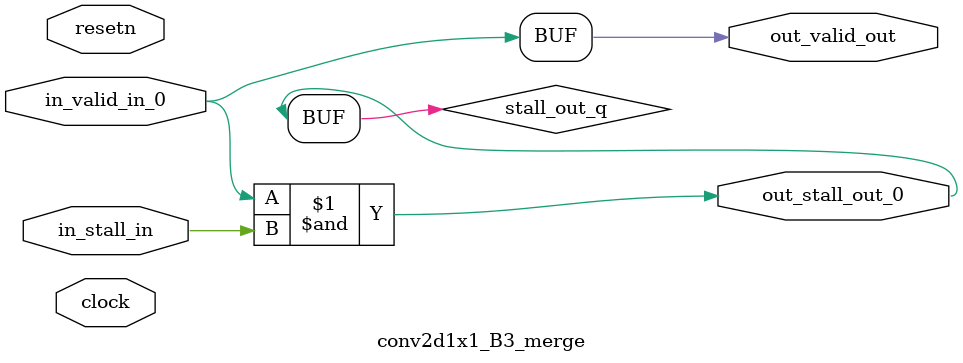
<source format=sv>



(* altera_attribute = "-name AUTO_SHIFT_REGISTER_RECOGNITION OFF; -name MESSAGE_DISABLE 10036; -name MESSAGE_DISABLE 10037; -name MESSAGE_DISABLE 14130; -name MESSAGE_DISABLE 14320; -name MESSAGE_DISABLE 15400; -name MESSAGE_DISABLE 14130; -name MESSAGE_DISABLE 10036; -name MESSAGE_DISABLE 12020; -name MESSAGE_DISABLE 12030; -name MESSAGE_DISABLE 12010; -name MESSAGE_DISABLE 12110; -name MESSAGE_DISABLE 14320; -name MESSAGE_DISABLE 13410; -name MESSAGE_DISABLE 113007; -name MESSAGE_DISABLE 10958" *)
module conv2d1x1_B3_merge (
    input wire [0:0] in_stall_in,
    input wire [0:0] in_valid_in_0,
    output wire [0:0] out_stall_out_0,
    output wire [0:0] out_valid_out,
    input wire clock,
    input wire resetn
    );

    wire [0:0] stall_out_q;


    // stall_out(LOGICAL,6)
    assign stall_out_q = in_valid_in_0 & in_stall_in;

    // out_stall_out_0(GPOUT,4)
    assign out_stall_out_0 = stall_out_q;

    // out_valid_out(GPOUT,5)
    assign out_valid_out = in_valid_in_0;

endmodule

</source>
